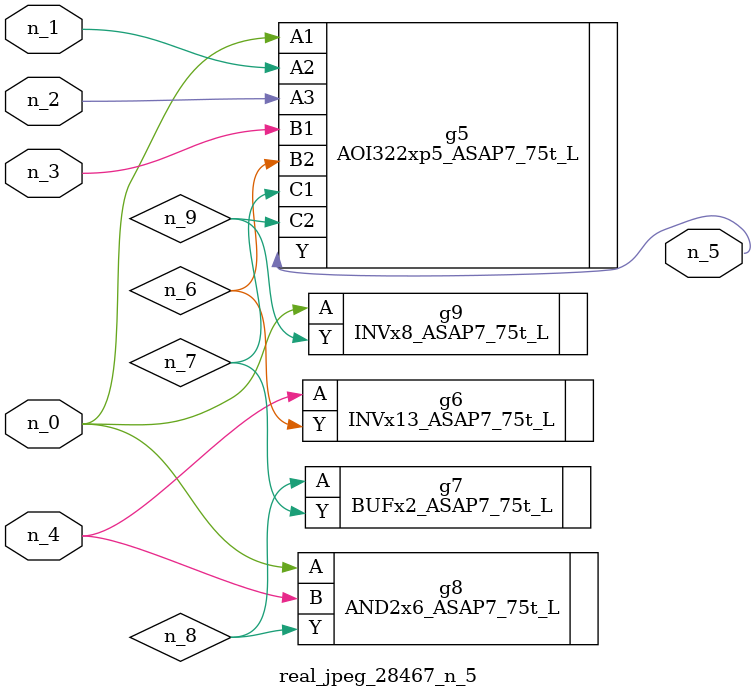
<source format=v>
module real_jpeg_28467_n_5 (n_4, n_0, n_1, n_2, n_3, n_5);

input n_4;
input n_0;
input n_1;
input n_2;
input n_3;

output n_5;

wire n_8;
wire n_6;
wire n_7;
wire n_9;

AOI322xp5_ASAP7_75t_L g5 ( 
.A1(n_0),
.A2(n_1),
.A3(n_2),
.B1(n_3),
.B2(n_6),
.C1(n_7),
.C2(n_9),
.Y(n_5)
);

AND2x6_ASAP7_75t_L g8 ( 
.A(n_0),
.B(n_4),
.Y(n_8)
);

INVx8_ASAP7_75t_L g9 ( 
.A(n_0),
.Y(n_9)
);

INVx13_ASAP7_75t_L g6 ( 
.A(n_4),
.Y(n_6)
);

BUFx2_ASAP7_75t_L g7 ( 
.A(n_8),
.Y(n_7)
);


endmodule
</source>
